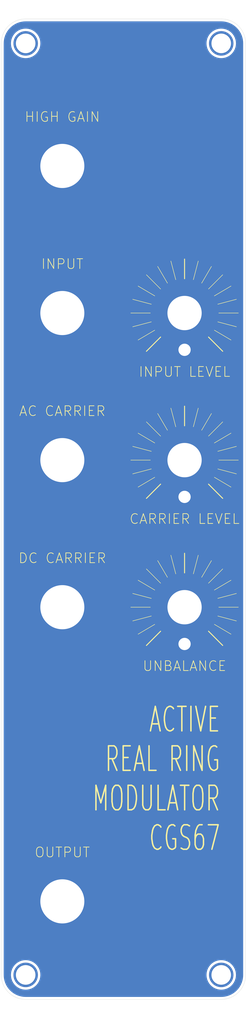
<source format=kicad_pcb>
(kicad_pcb (version 20211014) (generator pcbnew)
  (title_block (title "CGS67 Real Ring Modulator") (date "2022-09-15") (rev "0.1") (company "fbus"))
  (layers (0 "F.Cu" signal) (31 "B.Cu" signal) (34 "B.Paste" user) (35 "F.Paste" user) (36 "B.SilkS" user "B.Silkscreen") (37 "F.SilkS" user "F.Silkscreen") (38 "B.Mask" user) (39 "F.Mask" user) (44 "Edge.Cuts" user))
  (net 0 "")
  (net 1 "GND")
  (footprint "kosmo-panel:6.5 mm (Quarter Inch) Jack" (layer "F.Cu") (at 32.5 50)
    (fp_text reference "REF**")
    (fp_text value "6.5 mm (Quarter Inch) Jack")
    (pad "" thru_hole circle (at 0 0) (size 13 13) (drill 9) (layers *.Cu *.Mask) (net 1 "GND"))
  )
  (footprint "kosmo-panel:6.5 mm (Quarter Inch) Jack" (layer "F.Cu") (at 32.5 80)
    (fp_text reference "REF**")
    (fp_text value "6.5 mm (Quarter Inch) Jack")
    (pad "" thru_hole circle (at 0 0) (size 13 13) (drill 9) (layers *.Cu *.Mask) (net 1 "GND"))
  )
  (footprint "kosmo-panel:6.5 mm (Quarter Inch) Jack" (layer "F.Cu") (at 32.5 200)
    (fp_text reference "REF**")
    (fp_text value "6.5 mm (Quarter Inch) Jack")
    (pad "" thru_hole circle (at 0 0) (size 13 13) (drill 9) (layers *.Cu *.Mask) (net 1 "GND"))
  )
  (footprint "kosmo-panel:Potentiometer Sunburst Small" (layer "F.Cu") (at 57.5 110)
    (fp_text reference "REF**")
    (fp_text value "Potentiometer Sunburst Small")
    (fp_line (start 0 -7) (end 0 -11) (layer "F.SilkS") (width 0.2))
    (fp_line (start 10.6 2.8) (end 6.8 1.8) (layer "F.SilkS") (width 0.1))
    (fp_line (start -1.8 -6.8) (end -2.8 -10.6) (layer "F.SilkS") (width 0.1))
    (fp_line (start -6.8 1.8) (end -10.6 2.8) (layer "F.SilkS") (width 0.1))
    (fp_line (start 9.5 -5.5) (end 6.1 -3.5) (layer "F.SilkS") (width 0.1))
    (fp_line (start -4.9 4.9) (end -7.8 7.8) (layer "F.SilkS") (width 0.2))
    (fp_line (start 4.9 -4.9) (end 7.8 -7.8) (layer "F.SilkS") (width 0.1))
    (fp_line (start 9.5 5.5) (end 6.1 3.5) (layer "F.SilkS") (width 0.1))
    (fp_line (start 4.9 4.9) (end 7.8 7.8) (layer "F.SilkS") (width 0.2))
    (fp_line (start 5.5 -9.5) (end 3.5 -6.1) (layer "F.SilkS") (width 0.1))
    (fp_line (start -6.8 -1.8) (end -10.6 -2.8) (layer "F.SilkS") (width 0.1))
    (fp_line (start -6.1 -3.5) (end -9.5 -5.5) (layer "F.SilkS") (width 0.1))
    (fp_line (start -6.1 3.5) (end -9.5 5.5) (layer "F.SilkS") (width 0.1))
    (fp_line (start -7 0) (end -11 0) (layer "F.SilkS") (width 0.1))
    (fp_line (start 11 0) (end 7 0) (layer "F.SilkS") (width 0.1))
    (fp_line (start 10.6 -2.8) (end 6.8 -1.8) (layer "F.SilkS") (width 0.1))
    (fp_line (start 2.8 -10.6) (end 1.8 -6.8) (layer "F.SilkS") (width 0.1))
    (fp_line (start -7.8 -7.8) (end -4.9 -4.9) (layer "F.SilkS") (width 0.1))
    (fp_line (start -3.5 -6.1) (end -5.5 -9.5) (layer "F.SilkS") (width 0.1))
    (pad "" thru_hole circle (at 0 0) (size 12 12) (drill 7) (layers *.Cu *.Mask) (net 1 "GND"))
    (pad "" thru_hole circle (at 0 7.5) (size 4 4) (drill 2.5) (layers *.Cu *.Mask) (net 1 "GND"))
  )
  (footprint "kosmo-panel:Potentiometer Sunburst Small" (layer "F.Cu") (at 57.5 80)
    (fp_text reference "REF**")
    (fp_text value "Potentiometer Sunburst Small")
    (fp_line (start -1.8 -6.8) (end -2.8 -10.6) (layer "F.SilkS") (width 0.1))
    (fp_line (start 9.5 5.5) (end 6.1 3.5) (layer "F.SilkS") (width 0.1))
    (fp_line (start 10.6 -2.8) (end 6.8 -1.8) (layer "F.SilkS") (width 0.1))
    (fp_line (start -3.5 -6.1) (end -5.5 -9.5) (layer "F.SilkS") (width 0.1))
    (fp_line (start 10.6 2.8) (end 6.8 1.8) (layer "F.SilkS") (width 0.1))
    (fp_line (start 0 -7) (end 0 -11) (layer "F.SilkS") (width 0.2))
    (fp_line (start -6.8 -1.8) (end -10.6 -2.8) (layer "F.SilkS") (width 0.1))
    (fp_line (start 2.8 -10.6) (end 1.8 -6.8) (layer "F.SilkS") (width 0.1))
    (fp_line (start -6.1 3.5) (end -9.5 5.5) (layer "F.SilkS") (width 0.1))
    (fp_line (start 11 0) (end 7 0) (layer "F.SilkS") (width 0.1))
    (fp_line (start -7 0) (end -11 0) (layer "F.SilkS") (width 0.1))
    (fp_line (start 9.5 -5.5) (end 6.1 -3.5) (layer "F.SilkS") (width 0.1))
    (fp_line (start -6.8 1.8) (end -10.6 2.8) (layer "F.SilkS") (width 0.1))
    (fp_line (start -7.8 -7.8) (end -4.9 -4.9) (layer "F.SilkS") (width 0.1))
    (fp_line (start 4.9 4.9) (end 7.8 7.8) (layer "F.SilkS") (width 0.2))
    (fp_line (start 5.5 -9.5) (end 3.5 -6.1) (layer "F.SilkS") (width 0.1))
    (fp_line (start 4.9 -4.9) (end 7.8 -7.8) (layer "F.SilkS") (width 0.1))
    (fp_line (start -6.1 -3.5) (end -9.5 -5.5) (layer "F.SilkS") (width 0.1))
    (fp_line (start -4.9 4.9) (end -7.8 7.8) (layer "F.SilkS") (width 0.2))
    (pad "" thru_hole circle (at 0 0) (size 12 12) (drill 7) (layers *.Cu *.Mask) (net 1 "GND"))
    (pad "" thru_hole circle (at 0 7.5) (size 4 4) (drill 2.5) (layers *.Cu *.Mask) (net 1 "GND"))
  )
  (footprint "kosmo-panel:6.5 mm (Quarter Inch) Jack" (layer "F.Cu") (at 32.5 140)
    (fp_text reference "REF**")
    (fp_text value "6.5 mm (Quarter Inch) Jack")
    (pad "" thru_hole circle (at 0 0) (size 13 13) (drill 9) (layers *.Cu *.Mask) (net 1 "GND"))
  )
  (footprint "kosmo-panel:Potentiometer Sunburst Small" (layer "F.Cu") (at 57.5 140)
    (fp_text reference "REF**")
    (fp_text value "Potentiometer Sunburst Small")
    (fp_line (start -7 0) (end -11 0) (layer "F.SilkS") (width 0.1))
    (fp_line (start 9.5 -5.5) (end 6.1 -3.5) (layer "F.SilkS") (width 0.1))
    (fp_line (start 10.6 -2.8) (end 6.8 -1.8) (layer "F.SilkS") (width 0.1))
    (fp_line (start 4.9 -4.9) (end 7.8 -7.8) (layer "F.SilkS") (width 0.1))
    (fp_line (start -7.8 -7.8) (end -4.9 -4.9) (layer "F.SilkS") (width 0.1))
    (fp_line (start 11 0) (end 7 0) (layer "F.SilkS") (width 0.1))
    (fp_line (start 9.5 5.5) (end 6.1 3.5) (layer "F.SilkS") (width 0.1))
    (fp_line (start 4.9 4.9) (end 7.8 7.8) (layer "F.SilkS") (width 0.2))
    (fp_line (start 5.5 -9.5) (end 3.5 -6.1) (layer "F.SilkS") (width 0.1))
    (fp_line (start 10.6 2.8) (end 6.8 1.8) (layer "F.SilkS") (width 0.1))
    (fp_line (start -6.8 1.8) (end -10.6 2.8) (layer "F.SilkS") (width 0.1))
    (fp_line (start 0 -7) (end 0 -11) (layer "F.SilkS") (width 0.2))
    (fp_line (start -1.8 -6.8) (end -2.8 -10.6) (layer "F.SilkS") (width 0.1))
    (fp_line (start 2.8 -10.6) (end 1.8 -6.8) (layer "F.SilkS") (width 0.1))
    (fp_line (start -3.5 -6.1) (end -5.5 -9.5) (layer "F.SilkS") (width 0.1))
    (fp_line (start -4.9 4.9) (end -7.8 7.8) (layer "F.SilkS") (width 0.2))
    (fp_line (start -6.1 3.5) (end -9.5 5.5) (layer "F.SilkS") (width 0.1))
    (fp_line (start -6.8 -1.8) (end -10.6 -2.8) (layer "F.SilkS") (width 0.1))
    (fp_line (start -6.1 -3.5) (end -9.5 -5.5) (layer "F.SilkS") (width 0.1))
    (pad "" thru_hole circle (at 0 7.5) (size 4 4) (drill 2.5) (layers *.Cu *.Mask) (net 1 "GND"))
    (pad "" thru_hole circle (at 0 0) (size 12 12) (drill 7) (layers *.Cu *.Mask) (net 1 "GND"))
  )
  (footprint "kosmo-panel:6.5 mm (Quarter Inch) Jack" (layer "F.Cu") (at 32.5 110)
    (fp_text reference "REF**")
    (fp_text value "6.5 mm (Quarter Inch) Jack")
    (pad "" thru_hole circle (at 0 0) (size 13 13) (drill 9) (layers *.Cu *.Mask) (net 1 "GND"))
  )
  (footprint "kosmo-panel:KOSMO 5 cm Panel" (layer "F.Cu") (at 20 20)
    (fp_text reference "REF**")
    (fp_text value "KOSMO 5 cm Panel")
    (fp_line (start 5 200) (end 45 200) (layer "Edge.Cuts") (width 0.05))
    (fp_line (start 5 0) (end 45 0) (layer "Edge.Cuts") (width 0.05))
    (fp_line (start 0 5) (end 0 195) (layer "Edge.Cuts") (width 0.05))
    (fp_line (start 50 5) (end 50 195) (layer "Edge.Cuts") (width 0.05))
    (fp_arc (start 45 0) (mid 48.535534 1.464466) (end 50 5) (layer "Edge.Cuts") (width 0.05))
    (fp_arc (start 5 200) (mid 1.464466 198.535534) (end 0 195) (layer "Edge.Cuts") (width 0.05))
    (fp_arc (start 0 5) (mid 1.464466 1.464466) (end 5 0) (layer "Edge.Cuts") (width 0.05))
    (fp_arc (start 50 195) (mid 48.535534 198.535534) (end 45 200) (layer "Edge.Cuts") (width 0.05))
    (pad "" np_thru_hole circle (at 45 195) (size 5 5) (drill 4) (layers F&B.Cu *.Mask))
    (pad "" np_thru_hole circle (at 5 5) (size 5 5) (drill 4) (layers F&B.Cu *.Mask))
    (pad "" np_thru_hole circle (at 5 195) (size 5 5) (drill 4) (layers F&B.Cu *.Mask))
    (pad "" np_thru_hole circle (at 45 5) (size 5 5) (drill 4) (layers F&B.Cu *.Mask))
  )
  (gr_text "HIGH GAIN" (at 32.5 40) (layer "F.Cu") (effects (font (size 2 2))))
  (gr_text "AC CARRIER" (at 32.5 100) (layer "F.Cu") (effects (font (size 2 2))))
  (gr_text "UNBALANCE" (at 57.5 152) (layer "F.Cu") (effects (font (size 2 2))))
  (gr_text "DC CARRIER" (at 32.5 130) (layer "F.Cu") (effects (font (size 2 2))))
  (gr_text "ACTIVE\nREAL RING\nMODULATOR\nCGS67" (at 65 175) (layer "F.Cu") (effects (font (size 5 3) (thickness 0.3)) (justify right)))
  (gr_text "INPUT LEVEL" (at 57.5 92) (layer "F.Cu") (effects (font (size 2 2))))
  (gr_text "INPUT" (at 32.5 70) (layer "F.Cu") (effects (font (size 2 2))))
  (gr_text "OUTPUT" (at 32.5 190) (layer "F.Cu") (effects (font (size 2 2))))
  (gr_text "CARRIER LEVEL" (at 57.5 122) (layer "F.Cu") (effects (font (size 2 2))))
  (gr_text "HIGH GAIN" (at 32.5 40) (layer "F.SilkS") (effects (font (size 2 2))))
  (gr_text "INPUT" (at 32.5 70) (layer "F.SilkS") (effects (font (size 2 2))))
  (gr_text "CARRIER LEVEL" (at 57.5 122) (layer "F.SilkS") (effects (font (size 2 2))))
  (gr_text "AC CARRIER" (at 32.5 100) (layer "F.SilkS") (effects (font (size 2 2))))
  (gr_text "UNBALANCE" (at 57.5 152) (layer "F.SilkS") (effects (font (size 2 2))))
  (gr_text "DC CARRIER" (at 32.5 130) (layer "F.SilkS") (effects (font (size 2 2))))
  (gr_text "INPUT LEVEL" (at 57.5 92) (layer "F.SilkS") (effects (font (size 2 2))))
  (gr_text "OUTPUT" (at 32.5 190) (layer "F.SilkS") (effects (font (size 2 2))))
  (gr_text "ACTIVE\nREAL RING\nMODULATOR\nCGS67" (at 65 175) (layer "F.SilkS") (effects (font (size 5 3) (thickness 0.3)) (justify right)))
  (zone (net 1) (net_name "GND") (layer "B.Cu") (connect_pads yes (clearance 0.508)) (min_thickness 0.254) (fill yes (thermal_gap 0.508) (thermal_bridge_width 0.508))
    (polygon (pts (xy 70 220) (xy 20 220) (xy 20 20) (xy 70 20)))
  )
)
</source>
